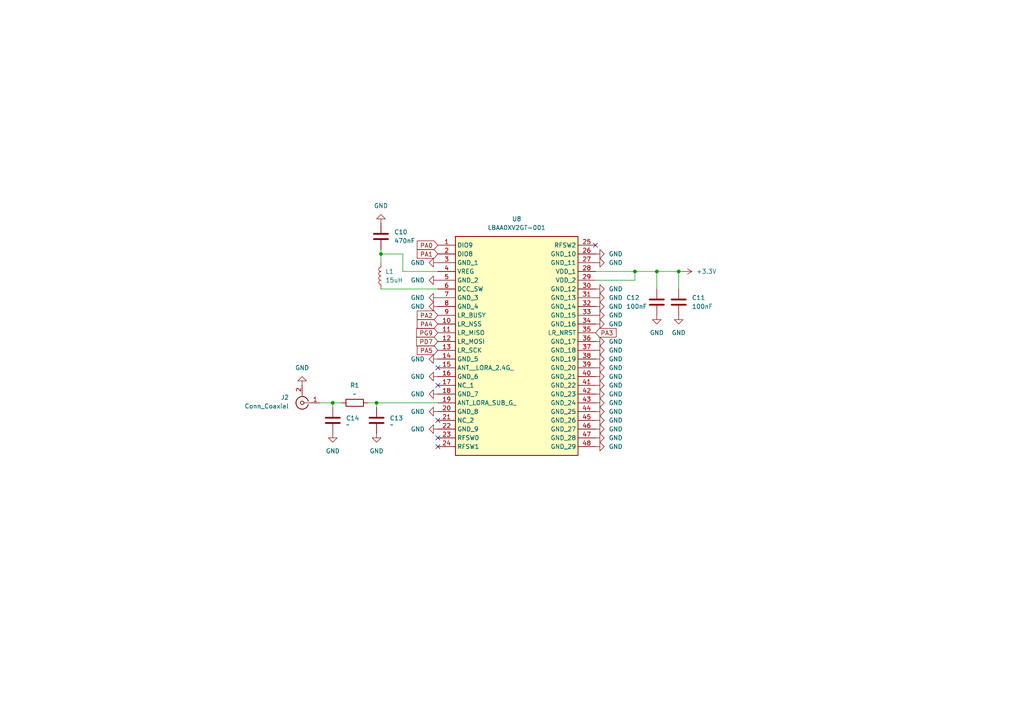
<source format=kicad_sch>
(kicad_sch (version 20250114) (generator "eeschema") (generator_version "9.0")
  (paper "A4")
  (lib_symbols
    (symbol "Connector:Conn_Coaxial" (pin_names (offset 1.016) (hide yes))
      (property "Reference" "J" (at 0.254 3.048 0))
      (property "Value" "Conn_Coaxial" (at 2.921 0 90))
      (symbol "Conn_Coaxial_0_1"
        (polyline (pts (xy -2.54 0) (xy -0.508 0)))
        (arc (start 1.778 0) (mid 0.222 -1.8079) (end -1.778 -0.508) (stroke (width 0.254)))
        (arc (start -1.778 0.508) (mid 0.2221 1.8084) (end 1.778 0) (stroke (width 0.254)))
        (circle (center 0 0) (radius 0.508) (stroke (width 0.2032)))
        (polyline (pts (xy 0 -2.54) (xy 0 -1.778)))
      )
      (symbol "Conn_Coaxial_1_1"
        (pin passive line (at -5.08 0 0) (length 2.54) (name "In") (number "1"))
        (pin passive line (at 0 -5.08 90) (length 2.54) (name "Ext") (number "2"))
      )
    )
    (symbol "Device:C" (pin_numbers (hide yes)) (pin_names (offset 0.254))
      (property "Reference" "C" (at 0.635 2.54 0))
      (property "Value" "C" (at 0.635 -2.54 0))
      (symbol "C_0_1"
        (polyline (pts (xy -2.032 0.762) (xy 2.032 0.762)) (stroke (width 0.508)))
        (polyline (pts (xy -2.032 -0.762) (xy 2.032 -0.762)) (stroke (width 0.508)))
      )
      (symbol "C_1_1"
        (pin passive line (at 0 3.81 270) (length 2.794) (name "~") (number "1"))
        (pin passive line (at 0 -3.81 90) (length 2.794) (name "~") (number "2"))
      )
    )
    (symbol "Device:L" (pin_numbers (hide yes)) (pin_names (offset 1.016) (hide yes))
      (property "Reference" "L" (at -1.27 0 90))
      (property "Value" "L" (at 1.905 0 90))
      (symbol "L_0_1"
        (arc (start 0 2.54) (mid 0.6323 1.905) (end 0 1.27))
        (arc (start 0 1.27) (mid 0.6323 0.635) (end 0 0))
        (arc (start 0 0) (mid 0.6323 -0.635) (end 0 -1.27))
        (arc (start 0 -1.27) (mid 0.6323 -1.905) (end 0 -2.54))
      )
      (symbol "L_1_1"
        (pin passive line (at 0 3.81 270) (length 1.27) (name "1") (number "1"))
        (pin passive line (at 0 -3.81 90) (length 1.27) (name "2") (number "2"))
      )
    )
    (symbol "Device:R" (pin_numbers (hide yes)) (pin_names (offset 0))
      (property "Reference" "R" (at 2.032 0 90))
      (property "Value" "R" (at 0 0 90))
      (symbol "R_0_1"
        (rectangle (start -1.016 -2.54) (end 1.016 2.54) (stroke (width 0.254)))
      )
      (symbol "R_1_1"
        (pin passive line (at 0 3.81 270) (length 1.27) (name "~") (number "1"))
        (pin passive line (at 0 -3.81 90) (length 1.27) (name "~") (number "2"))
      )
    )
    (symbol "SRAD_AVIONICS:LBAA0XV2GT-001"
      (property "Reference" "U" (at 41.91 7.62 0))
      (property "Value" "LBAA0XV2GT-001" (at 41.91 5.08 0))
      (symbol "LBAA0XV2GT-001_1_1"
        (rectangle (start 5.08 2.54) (end 40.64 -60.96) (stroke (width 0.254)) (fill (type background)))
        (pin passive line (at 0 0 0) (length 5.08) (name "DIO9") (number "1"))
        (pin passive line (at 0 -2.54 0) (length 5.08) (name "DIO8") (number "2"))
        (pin passive line (at 0 -5.08 0) (length 5.08) (name "GND_1") (number "3"))
        (pin passive line (at 0 -7.62 0) (length 5.08) (name "VREG") (number "4"))
        (pin passive line (at 0 -10.16 0) (length 5.08) (name "GND_2") (number "5"))
        (pin passive line (at 0 -12.7 0) (length 5.08) (name "DCC_SW") (number "6"))
        (pin passive line (at 0 -15.24 0) (length 5.08) (name "GND_3") (number "7"))
        (pin passive line (at 0 -17.78 0) (length 5.08) (name "GND_4") (number "8"))
        (pin passive line (at 0 -20.32 0) (length 5.08) (name "LR_BUSY") (number "9"))
        (pin passive line (at 0 -22.86 0) (length 5.08) (name "LR_NSS") (number "10"))
        (pin passive line (at 0 -25.4 0) (length 5.08) (name "LR_MISO") (number "11"))
        (pin passive line (at 0 -27.94 0) (length 5.08) (name "LR_MOSI") (number "12"))
        (pin passive line (at 0 -30.48 0) (length 5.08) (name "LR_SCK") (number "13"))
        (pin passive line (at 0 -33.02 0) (length 5.08) (name "GND_5") (number "14"))
        (pin passive line (at 0 -35.56 0) (length 5.08) (name "ANT__LORA_2.4G_") (number "15"))
        (pin passive line (at 0 -38.1 0) (length 5.08) (name "GND_6") (number "16"))
        (pin passive line (at 0 -40.64 0) (length 5.08) (name "NC_1") (number "17"))
        (pin passive line (at 0 -43.18 0) (length 5.08) (name "GND_7") (number "18"))
        (pin passive line (at 0 -45.72 0) (length 5.08) (name "ANT_LORA_SUB_G_") (number "19"))
        (pin passive line (at 0 -48.26 0) (length 5.08) (name "GND_8") (number "20"))
        (pin passive line (at 0 -50.8 0) (length 5.08) (name "NC_2") (number "21"))
        (pin passive line (at 0 -53.34 0) (length 5.08) (name "GND_9") (number "22"))
        (pin passive line (at 0 -55.88 0) (length 5.08) (name "RFSW0") (number "23"))
        (pin passive line (at 0 -58.42 0) (length 5.08) (name "RFSW1") (number "24"))
        (pin passive line (at 45.72 0 180) (length 5.08) (name "RFSW2") (number "25"))
        (pin passive line (at 45.72 -2.54 180) (length 5.08) (name "GND_10") (number "26"))
        (pin passive line (at 45.72 -5.08 180) (length 5.08) (name "GND_11") (number "27"))
        (pin passive line (at 45.72 -7.62 180) (length 5.08) (name "VDD_1") (number "28"))
        (pin passive line (at 45.72 -10.16 180) (length 5.08) (name "VDD_2") (number "29"))
        (pin passive line (at 45.72 -12.7 180) (length 5.08) (name "GND_12") (number "30"))
        (pin passive line (at 45.72 -15.24 180) (length 5.08) (name "GND_13") (number "31"))
        (pin passive line (at 45.72 -17.78 180) (length 5.08) (name "GND_14") (number "32"))
        (pin passive line (at 45.72 -20.32 180) (length 5.08) (name "GND_15") (number "33"))
        (pin passive line (at 45.72 -22.86 180) (length 5.08) (name "GND_16") (number "34"))
        (pin passive line (at 45.72 -25.4 180) (length 5.08) (name "LR_NRST") (number "35"))
        (pin passive line (at 45.72 -27.94 180) (length 5.08) (name "GND_17") (number "36"))
        (pin passive line (at 45.72 -30.48 180) (length 5.08) (name "GND_18") (number "37"))
        (pin passive line (at 45.72 -33.02 180) (length 5.08) (name "GND_19") (number "38"))
        (pin passive line (at 45.72 -35.56 180) (length 5.08) (name "GND_20") (number "39"))
        (pin passive line (at 45.72 -38.1 180) (length 5.08) (name "GND_21") (number "40"))
        (pin passive line (at 45.72 -40.64 180) (length 5.08) (name "GND_22") (number "41"))
        (pin passive line (at 45.72 -43.18 180) (length 5.08) (name "GND_23") (number "42"))
        (pin passive line (at 45.72 -45.72 180) (length 5.08) (name "GND_24") (number "43"))
        (pin passive line (at 45.72 -48.26 180) (length 5.08) (name "GND_25") (number "44"))
        (pin passive line (at 45.72 -50.8 180) (length 5.08) (name "GND_26") (number "45"))
        (pin passive line (at 45.72 -53.34 180) (length 5.08) (name "GND_27") (number "46"))
        (pin passive line (at 45.72 -55.88 180) (length 5.08) (name "GND_28") (number "47"))
        (pin passive line (at 45.72 -58.42 180) (length 5.08) (name "GND_29") (number "48"))
      )
    )
    (symbol "power:+3.3V" (power) (pin_numbers (hide yes)) (pin_names (offset 0) (hide yes))
      (property "Value" "+3.3V" (at 0 3.556 0))
      (symbol "+3.3V_0_1"
        (polyline (pts (xy -0.762 1.27) (xy 0 2.54)))
        (polyline (pts (xy 0 2.54) (xy 0.762 1.27)))
        (polyline (pts (xy 0 0) (xy 0 2.54)))
      )
      (symbol "+3.3V_1_1"
        (pin power_in line (at 0 0 90) (length 0) (name "~") (number "1"))
      )
    )
    (symbol "power:GND" (power) (pin_numbers (hide yes)) (pin_names (offset 0) (hide yes))
      (property "Value" "GND" (at 0 -3.81 0))
      (symbol "GND_0_1"
        (polyline (pts (xy 0 0) (xy 0 -1.27) (xy 1.27 -1.27) (xy 0 -2.54) (xy -1.27 -1.27) (xy 0 -1.27)))
      )
      (symbol "GND_1_1"
        (pin power_in line (at 0 0 270) (length 0) (name "~") (number "1"))
      )
    )
  )
  (junction (at 96.52 116.84))
  (junction (at 190.5 78.74))
  (junction (at 109.22 116.84))
  (junction (at 110.49 73.66))
  (junction (at 196.85 78.74))
  (junction (at 184.15 78.74))
  (no_connect (at 127 111.76))
  (no_connect (at 127 129.54))
  (no_connect (at 127 127))
  (no_connect (at 127 106.68))
  (no_connect (at 172.72 71.12))
  (no_connect (at 127 121.92))
  (wire (pts (xy 116.84 78.74) (xy 116.84 73.66)))
  (wire (pts (xy 184.15 78.74) (xy 190.5 78.74)))
  (wire (pts (xy 127 83.82) (xy 110.49 83.82)))
  (wire (pts (xy 110.49 73.66) (xy 116.84 73.66)))
  (wire (pts (xy 190.5 78.74) (xy 190.5 83.82)))
  (wire (pts (xy 196.85 78.74) (xy 196.85 83.82)))
  (wire (pts (xy 92.71 116.84) (xy 96.52 116.84)))
  (wire (pts (xy 172.72 78.74) (xy 184.15 78.74)))
  (wire (pts (xy 96.52 116.84) (xy 96.52 118.11)))
  (wire (pts (xy 190.5 78.74) (xy 196.85 78.74)))
  (wire (pts (xy 109.22 116.84) (xy 127 116.84)))
  (wire (pts (xy 96.52 116.84) (xy 99.06 116.84)))
  (wire (pts (xy 127 78.74) (xy 116.84 78.74)))
  (wire (pts (xy 110.49 72.39) (xy 110.49 73.66)))
  (wire (pts (xy 196.85 78.74) (xy 198.12 78.74)))
  (wire (pts (xy 106.68 116.84) (xy 109.22 116.84)))
  (wire (pts (xy 110.49 73.66) (xy 110.49 76.2)))
  (wire (pts (xy 184.15 81.28) (xy 184.15 78.74)))
  (wire (pts (xy 109.22 116.84) (xy 109.22 118.11)))
  (wire (pts (xy 172.72 81.28) (xy 184.15 81.28)))
  (global_label "PA3" (shape input) (at 172.72 96.52 0) (property "Intersheetrefs" "${INTERSHEET_REFS}" (effects (hide yes))))
  (global_label "PA5" (shape input) (at 127 101.6 180) (property "Intersheetrefs" "${INTERSHEET_REFS}" (effects (hide yes))))
  (global_label "PD7" (shape input) (at 127 99.06 180) (property "Intersheetrefs" "${INTERSHEET_REFS}" (effects (hide yes))))
  (global_label "PA4" (shape input) (at 127 93.98 180) (property "Intersheetrefs" "${INTERSHEET_REFS}" (effects (hide yes))))
  (global_label "PG9" (shape input) (at 127 96.52 180) (property "Intersheetrefs" "${INTERSHEET_REFS}" (effects (hide yes))))
  (global_label "PA1" (shape input) (at 127 73.66 180) (property "Intersheetrefs" "${INTERSHEET_REFS}" (effects (hide yes))))
  (global_label "PA0" (shape input) (at 127 71.12 180) (property "Intersheetrefs" "${INTERSHEET_REFS}" (effects (hide yes))))
  (global_label "PA2" (shape input) (at 127 91.44 180) (property "Intersheetrefs" "${INTERSHEET_REFS}" (effects (hide yes))))
  (symbol (lib_id "power:GND") (at 172.72 83.82 90) (unit 1)
    (property "Reference" "#PWR044" (effects (hide yes)))
    (property "Value" "GND" (at 176.53 83.8199 90) (effects (justify right)))
    (property "Description" "Power symbol creates a global label with name \"GND\" , ground" (effects (hide yes)))
  )
  (symbol (lib_id "power:GND") (at 87.63 111.76 180) (unit 1)
    (property "Reference" "#PWR066" (effects (hide yes)))
    (property "Value" "GND" (at 87.63 106.68 0))
    (property "Description" "Power symbol creates a global label with name \"GND\" , ground" (effects (hide yes)))
  )
  (symbol (lib_id "power:GND") (at 110.49 64.77 180) (unit 1)
    (property "Reference" "#PWR031" (effects (hide yes)))
    (property "Value" "GND" (at 110.49 59.69 0))
    (property "Description" "Power symbol creates a global label with name \"GND\" , ground" (effects (hide yes)))
  )
  (symbol (lib_id "power:GND") (at 127 119.38 270) (unit 1)
    (property "Reference" "#PWR040" (effects (hide yes)))
    (property "Value" "GND" (at 123.19 119.3799 90) (effects (justify right)))
    (property "Description" "Power symbol creates a global label with name \"GND\" , ground" (effects (hide yes)))
  )
  (symbol (lib_id "Device:C") (at 110.49 68.58 0) (unit 1)
    (property "Reference" "C10" (at 114.3 67.3099 0) (effects (justify left)))
    (property "Value" "470nF" (at 114.3 69.8499 0) (effects (justify left)))
    (property "Description" "Unpolarized capacitor" (effects (hide yes)))
  )
  (symbol (lib_id "power:GND") (at 172.72 73.66 90) (unit 1)
    (property "Reference" "#PWR042" (effects (hide yes)))
    (property "Value" "GND" (at 176.53 73.6599 90) (effects (justify right)))
    (property "Description" "Power symbol creates a global label with name \"GND\" , ground" (effects (hide yes)))
  )
  (symbol (lib_id "power:GND") (at 127 88.9 270) (unit 1)
    (property "Reference" "#PWR035" (effects (hide yes)))
    (property "Value" "GND" (at 123.19 88.8999 90) (effects (justify right)))
    (property "Description" "Power symbol creates a global label with name \"GND\" , ground" (effects (hide yes)))
  )
  (symbol (lib_id "SRAD_AVIONICS:LBAA0XV2GT-001") (at 127 71.12 0) (unit 1)
    (property "Reference" "U8" (at 149.86 63.5 0))
    (property "Value" "LBAA0XV2GT-001" (at 149.86 66.04 0))
    (property "Footprint" "LBAA0XV2GT001" (effects (hide yes)))
    (property "Datasheet" "https://www.murata.com/-/media/webrenewal/products/connectivitymodule/lpwa/overview/lineup/pdf/type2gt.ashx?la=en-sg&cvid=20240605010000000000" (effects (hide yes)))
    (property "Description" "General ISM < 1GHz LoRa Transceiver Module 860MHz ~ 930MHz, 860MHz ~ 2.1GHz, 860MHz ~ 2.4GHz Antenna Not Included Surface Mount" (effects (hide yes)))
    (property "Height" "1.74" (effects (hide yes)))
    (property "Manufacturer_Name" "Murata Electronics" (effects (hide yes)))
    (property "Manufacturer_Part_Number" "LBAA0XV2GT-001" (effects (hide yes)))
  )
  (symbol (lib_id "power:GND") (at 172.72 129.54 90) (unit 1)
    (property "Reference" "#PWR060" (effects (hide yes)))
    (property "Value" "GND" (at 176.53 129.5399 90) (effects (justify right)))
    (property "Description" "Power symbol creates a global label with name \"GND\" , ground" (effects (hide yes)))
  )
  (symbol (lib_id "power:GND") (at 172.72 93.98 90) (unit 1)
    (property "Reference" "#PWR048" (effects (hide yes)))
    (property "Value" "GND" (at 176.53 93.9799 90) (effects (justify right)))
    (property "Description" "Power symbol creates a global label with name \"GND\" , ground" (effects (hide yes)))
  )
  (symbol (lib_id "power:GND") (at 172.72 106.68 90) (unit 1)
    (property "Reference" "#PWR051" (effects (hide yes)))
    (property "Value" "GND" (at 176.53 106.6799 90) (effects (justify right)))
    (property "Description" "Power symbol creates a global label with name \"GND\" , ground" (effects (hide yes)))
  )
  (symbol (lib_id "power:GND") (at 172.72 104.14 90) (unit 1)
    (property "Reference" "#PWR050" (effects (hide yes)))
    (property "Value" "GND" (at 176.53 104.1399 90) (effects (justify right)))
    (property "Description" "Power symbol creates a global label with name \"GND\" , ground" (effects (hide yes)))
  )
  (symbol (lib_id "Device:R") (at 102.87 116.84 90) (unit 1)
    (property "Reference" "R1" (at 102.87 111.76 90))
    (property "Value" "~" (at 102.87 114.3 90))
    (property "Description" "Resistor" (effects (hide yes)))
  )
  (symbol (lib_id "Device:C") (at 190.5 87.63 180) (unit 1)
    (property "Reference" "C12" (at 181.61 86.36 0) (effects (justify right)))
    (property "Value" "100nF" (at 181.61 88.9 0) (effects (justify right)))
    (property "Description" "Unpolarized capacitor" (effects (hide yes)))
  )
  (symbol (lib_id "power:GND") (at 127 114.3 270) (unit 1)
    (property "Reference" "#PWR039" (effects (hide yes)))
    (property "Value" "GND" (at 123.19 114.2999 90) (effects (justify right)))
    (property "Description" "Power symbol creates a global label with name \"GND\" , ground" (effects (hide yes)))
  )
  (symbol (lib_id "power:GND") (at 196.85 91.44 0) (unit 1)
    (property "Reference" "#PWR062" (effects (hide yes)))
    (property "Value" "GND" (at 196.85 96.52 0))
    (property "Description" "Power symbol creates a global label with name \"GND\" , ground" (effects (hide yes)))
  )
  (symbol (lib_id "power:GND") (at 172.72 88.9 90) (unit 1)
    (property "Reference" "#PWR046" (effects (hide yes)))
    (property "Value" "GND" (at 176.53 88.8999 90) (effects (justify right)))
    (property "Description" "Power symbol creates a global label with name \"GND\" , ground" (effects (hide yes)))
  )
  (symbol (lib_id "power:GND") (at 172.72 109.22 90) (unit 1)
    (property "Reference" "#PWR052" (effects (hide yes)))
    (property "Value" "GND" (at 176.53 109.2199 90) (effects (justify right)))
    (property "Description" "Power symbol creates a global label with name \"GND\" , ground" (effects (hide yes)))
  )
  (symbol (lib_id "Connector:Conn_Coaxial") (at 87.63 116.84 180) (unit 1)
    (property "Reference" "J2" (at 83.82 115.2767 0) (effects (justify left)))
    (property "Value" "Conn_Coaxial" (at 83.82 117.8167 0) (effects (justify left)))
    (property "Description" "coaxial connector (BNC, SMA, SMB, SMC, Cinch/RCA, LEMO, ...)" (effects (hide yes)))
  )
  (symbol (lib_id "power:GND") (at 190.5 91.44 0) (unit 1)
    (property "Reference" "#PWR063" (effects (hide yes)))
    (property "Value" "GND" (at 190.5 96.52 0))
    (property "Description" "Power symbol creates a global label with name \"GND\" , ground" (effects (hide yes)))
  )
  (symbol (lib_id "power:GND") (at 96.52 125.73 0) (unit 1)
    (property "Reference" "#PWR064" (effects (hide yes)))
    (property "Value" "GND" (at 96.52 130.81 0))
    (property "Description" "Power symbol creates a global label with name \"GND\" , ground" (effects (hide yes)))
  )
  (symbol (lib_id "power:GND") (at 172.72 91.44 90) (unit 1)
    (property "Reference" "#PWR047" (effects (hide yes)))
    (property "Value" "GND" (at 176.53 91.4399 90) (effects (justify right)))
    (property "Description" "Power symbol creates a global label with name \"GND\" , ground" (effects (hide yes)))
  )
  (symbol (lib_id "Device:L") (at 110.49 80.01 180) (unit 1)
    (property "Reference" "L1" (at 111.76 78.7399 0) (effects (justify right)))
    (property "Value" "15uH" (at 111.76 81.2799 0) (effects (justify right)))
    (property "Description" "Inductor" (effects (hide yes)))
  )
  (symbol (lib_id "power:GND") (at 172.72 86.36 90) (unit 1)
    (property "Reference" "#PWR045" (effects (hide yes)))
    (property "Value" "GND" (at 176.53 86.3599 90) (effects (justify right)))
    (property "Description" "Power symbol creates a global label with name \"GND\" , ground" (effects (hide yes)))
  )
  (symbol (lib_id "power:GND") (at 172.72 119.38 90) (unit 1)
    (property "Reference" "#PWR056" (effects (hide yes)))
    (property "Value" "GND" (at 176.53 119.3799 90) (effects (justify right)))
    (property "Description" "Power symbol creates a global label with name \"GND\" , ground" (effects (hide yes)))
  )
  (symbol (lib_id "power:GND") (at 127 104.14 270) (unit 1)
    (property "Reference" "#PWR037" (effects (hide yes)))
    (property "Value" "GND" (at 123.19 104.1399 90) (effects (justify right)))
    (property "Description" "Power symbol creates a global label with name \"GND\" , ground" (effects (hide yes)))
  )
  (symbol (lib_id "Device:C") (at 196.85 87.63 180) (unit 1)
    (property "Reference" "C11" (at 200.66 86.3599 0) (effects (justify right)))
    (property "Value" "100nF" (at 200.66 88.8999 0) (effects (justify right)))
    (property "Description" "Unpolarized capacitor" (effects (hide yes)))
  )
  (symbol (lib_id "power:GND") (at 127 124.46 270) (unit 1)
    (property "Reference" "#PWR041" (effects (hide yes)))
    (property "Value" "GND" (at 123.19 124.4599 90) (effects (justify right)))
    (property "Description" "Power symbol creates a global label with name \"GND\" , ground" (effects (hide yes)))
  )
  (symbol (lib_id "power:GND") (at 172.72 124.46 90) (unit 1)
    (property "Reference" "#PWR058" (effects (hide yes)))
    (property "Value" "GND" (at 176.53 124.4599 90) (effects (justify right)))
    (property "Description" "Power symbol creates a global label with name \"GND\" , ground" (effects (hide yes)))
  )
  (symbol (lib_id "power:GND") (at 172.72 99.06 90) (unit 1)
    (property "Reference" "#PWR030" (effects (hide yes)))
    (property "Value" "GND" (at 176.53 99.0599 90) (effects (justify right)))
    (property "Description" "Power symbol creates a global label with name \"GND\" , ground" (effects (hide yes)))
  )
  (symbol (lib_id "power:GND") (at 172.72 101.6 90) (unit 1)
    (property "Reference" "#PWR049" (effects (hide yes)))
    (property "Value" "GND" (at 176.53 101.5999 90) (effects (justify right)))
    (property "Description" "Power symbol creates a global label with name \"GND\" , ground" (effects (hide yes)))
  )
  (symbol (lib_id "power:GND") (at 172.72 116.84 90) (unit 1)
    (property "Reference" "#PWR055" (effects (hide yes)))
    (property "Value" "GND" (at 176.53 116.8399 90) (effects (justify right)))
    (property "Description" "Power symbol creates a global label with name \"GND\" , ground" (effects (hide yes)))
  )
  (symbol (lib_id "power:GND") (at 127 76.2 270) (unit 1)
    (property "Reference" "#PWR036" (effects (hide yes)))
    (property "Value" "GND" (at 123.19 76.1999 90) (effects (justify right)))
    (property "Description" "Power symbol creates a global label with name \"GND\" , ground" (effects (hide yes)))
  )
  (symbol (lib_id "power:GND") (at 172.72 114.3 90) (unit 1)
    (property "Reference" "#PWR054" (effects (hide yes)))
    (property "Value" "GND" (at 176.53 114.2999 90) (effects (justify right)))
    (property "Description" "Power symbol creates a global label with name \"GND\" , ground" (effects (hide yes)))
  )
  (symbol (lib_id "power:GND") (at 127 81.28 270) (unit 1)
    (property "Reference" "#PWR033" (effects (hide yes)))
    (property "Value" "GND" (at 123.19 81.2799 90) (effects (justify right)))
    (property "Description" "Power symbol creates a global label with name \"GND\" , ground" (effects (hide yes)))
  )
  (symbol (lib_id "power:GND") (at 109.22 125.73 0) (unit 1)
    (property "Reference" "#PWR065" (effects (hide yes)))
    (property "Value" "GND" (at 109.22 130.81 0))
    (property "Description" "Power symbol creates a global label with name \"GND\" , ground" (effects (hide yes)))
  )
  (symbol (lib_id "Device:C") (at 109.22 121.92 180) (unit 1)
    (property "Reference" "C13" (at 113.03 121.2849 0) (effects (justify right)))
    (property "Value" "~" (at 113.03 123.19 0) (effects (justify right)))
    (property "Description" "Unpolarized capacitor" (effects (hide yes)))
  )
  (symbol (lib_id "power:GND") (at 172.72 121.92 90) (unit 1)
    (property "Reference" "#PWR057" (effects (hide yes)))
    (property "Value" "GND" (at 176.53 121.9199 90) (effects (justify right)))
    (property "Description" "Power symbol creates a global label with name \"GND\" , ground" (effects (hide yes)))
  )
  (symbol (lib_id "power:GND") (at 172.72 127 90) (unit 1)
    (property "Reference" "#PWR059" (effects (hide yes)))
    (property "Value" "GND" (at 176.53 126.9999 90) (effects (justify right)))
    (property "Description" "Power symbol creates a global label with name \"GND\" , ground" (effects (hide yes)))
  )
  (symbol (lib_id "Device:C") (at 96.52 121.92 180) (unit 1)
    (property "Reference" "C14" (at 100.33 121.2849 0) (effects (justify right)))
    (property "Value" "~" (at 100.33 123.19 0) (effects (justify right)))
    (property "Description" "Unpolarized capacitor" (effects (hide yes)))
  )
  (symbol (lib_id "power:+3.3V") (at 198.12 78.74 270) (unit 1)
    (property "Reference" "#PWR061" (effects (hide yes)))
    (property "Value" "+3.3V" (at 201.93 78.7399 90) (effects (justify left)))
    (property "Description" "Power symbol creates a global label with name \"+3.3V\"" (effects (hide yes)))
  )
  (symbol (lib_id "power:GND") (at 127 86.36 270) (unit 1)
    (property "Reference" "#PWR034" (effects (hide yes)))
    (property "Value" "GND" (at 123.19 86.3599 90) (effects (justify right)))
    (property "Description" "Power symbol creates a global label with name \"GND\" , ground" (effects (hide yes)))
  )
  (symbol (lib_id "power:GND") (at 172.72 76.2 90) (unit 1)
    (property "Reference" "#PWR043" (effects (hide yes)))
    (property "Value" "GND" (at 176.53 76.1999 90) (effects (justify right)))
    (property "Description" "Power symbol creates a global label with name \"GND\" , ground" (effects (hide yes)))
  )
  (symbol (lib_id "power:GND") (at 172.72 111.76 90) (unit 1)
    (property "Reference" "#PWR053" (effects (hide yes)))
    (property "Value" "GND" (at 176.53 111.7599 90) (effects (justify right)))
    (property "Description" "Power symbol creates a global label with name \"GND\" , ground" (effects (hide yes)))
  )
  (symbol (lib_id "power:GND") (at 127 109.22 270) (unit 1)
    (property "Reference" "#PWR038" (effects (hide yes)))
    (property "Value" "GND" (at 123.19 109.2199 90) (effects (justify right)))
    (property "Description" "Power symbol creates a global label with name \"GND\" , ground" (effects (hide yes)))
  )
)
</source>
